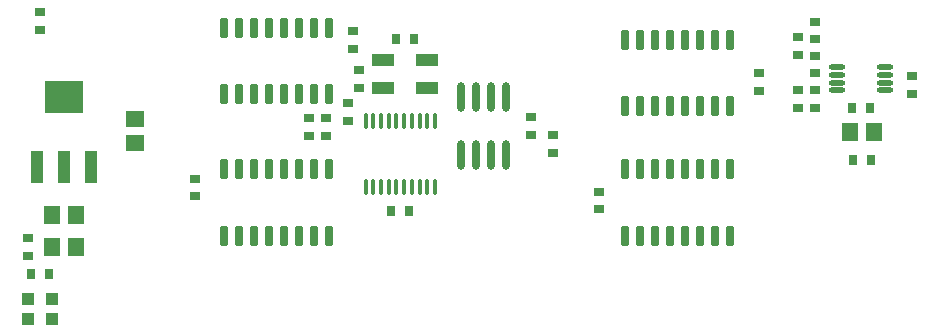
<source format=gtp>
G04 Layer_Color=8421504*
%FSLAX25Y25*%
%MOIN*%
G70*
G01*
G75*
G04:AMPARAMS|DCode=10|XSize=25.59mil|YSize=64.96mil|CornerRadius=1.92mil|HoleSize=0mil|Usage=FLASHONLY|Rotation=0.000|XOffset=0mil|YOffset=0mil|HoleType=Round|Shape=RoundedRectangle|*
%AMROUNDEDRECTD10*
21,1,0.02559,0.06112,0,0,0.0*
21,1,0.02175,0.06496,0,0,0.0*
1,1,0.00384,0.01088,-0.03056*
1,1,0.00384,-0.01088,-0.03056*
1,1,0.00384,-0.01088,0.03056*
1,1,0.00384,0.01088,0.03056*
%
%ADD10ROUNDEDRECTD10*%
%ADD11R,0.03543X0.02756*%
%ADD12R,0.07480X0.04331*%
%ADD13R,0.02756X0.03543*%
%ADD14O,0.05512X0.01772*%
%ADD15R,0.05512X0.05906*%
%ADD16O,0.02756X0.09843*%
%ADD17O,0.01378X0.05906*%
%ADD18R,0.03937X0.03937*%
%ADD19R,0.12992X0.10630*%
%ADD20R,0.03937X0.10630*%
%ADD21R,0.05906X0.05512*%
D10*
X73051Y110925D02*
D03*
X78051D02*
D03*
X83051D02*
D03*
X88051D02*
D03*
X93051D02*
D03*
X98051D02*
D03*
X103051D02*
D03*
X108051D02*
D03*
X73051Y133169D02*
D03*
X78051D02*
D03*
X83051D02*
D03*
X88051D02*
D03*
X93051D02*
D03*
X98051D02*
D03*
X103051D02*
D03*
X108051D02*
D03*
X206909Y106988D02*
D03*
X211910D02*
D03*
X216910D02*
D03*
X221909D02*
D03*
X226909D02*
D03*
X231909D02*
D03*
X236910D02*
D03*
X241910D02*
D03*
X206909Y129232D02*
D03*
X211910D02*
D03*
X216910D02*
D03*
X221909D02*
D03*
X226909D02*
D03*
X231909D02*
D03*
X236910D02*
D03*
X241910D02*
D03*
Y85925D02*
D03*
X236910D02*
D03*
X231909D02*
D03*
X226909D02*
D03*
X221909D02*
D03*
X216910D02*
D03*
X211910D02*
D03*
X206909D02*
D03*
X241910Y63681D02*
D03*
X236910D02*
D03*
X231909D02*
D03*
X226909D02*
D03*
X221909D02*
D03*
X216910D02*
D03*
X211910D02*
D03*
X206909D02*
D03*
X108051Y85925D02*
D03*
X103051D02*
D03*
X98051D02*
D03*
X93051D02*
D03*
X88051D02*
D03*
X83051D02*
D03*
X78051D02*
D03*
X73051D02*
D03*
X108051Y63681D02*
D03*
X103051D02*
D03*
X98051D02*
D03*
X93051D02*
D03*
X88051D02*
D03*
X83051D02*
D03*
X78051D02*
D03*
X73051D02*
D03*
D11*
X116142Y132087D02*
D03*
Y126181D02*
D03*
X118110Y113189D02*
D03*
Y119095D02*
D03*
X270079Y129331D02*
D03*
Y135236D02*
D03*
X251575Y117913D02*
D03*
Y112008D02*
D03*
X264567Y130118D02*
D03*
Y124213D02*
D03*
X270079Y123819D02*
D03*
Y117913D02*
D03*
Y112402D02*
D03*
Y106496D02*
D03*
X264567Y112402D02*
D03*
Y106496D02*
D03*
X302362Y111221D02*
D03*
Y117126D02*
D03*
X198031Y72638D02*
D03*
Y78543D02*
D03*
X175591Y97441D02*
D03*
Y103347D02*
D03*
X182677Y97441D02*
D03*
Y91535D02*
D03*
X114567Y108071D02*
D03*
Y102165D02*
D03*
X107087Y102953D02*
D03*
Y97047D02*
D03*
X101575Y102953D02*
D03*
Y97047D02*
D03*
X63386Y76968D02*
D03*
Y82874D02*
D03*
X7874Y57087D02*
D03*
Y62992D02*
D03*
X11811Y132480D02*
D03*
Y138386D02*
D03*
D12*
X140748Y113189D02*
D03*
X126181D02*
D03*
Y122244D02*
D03*
X140748D02*
D03*
D13*
X130512Y129528D02*
D03*
X136417D02*
D03*
X288779Y88976D02*
D03*
X282874D02*
D03*
X288386Y106299D02*
D03*
X282480D02*
D03*
X128937Y72047D02*
D03*
X134843D02*
D03*
X14764Y51181D02*
D03*
X8858D02*
D03*
D14*
X293504Y112303D02*
D03*
Y114862D02*
D03*
Y117421D02*
D03*
Y119980D02*
D03*
X277362Y112303D02*
D03*
Y114862D02*
D03*
Y117421D02*
D03*
Y119980D02*
D03*
D15*
X281890Y98425D02*
D03*
X289764D02*
D03*
X15748Y70866D02*
D03*
X23622D02*
D03*
X15748Y60236D02*
D03*
X23622D02*
D03*
D16*
X166949Y110039D02*
D03*
X161949D02*
D03*
X156949D02*
D03*
X151949D02*
D03*
X166949Y90748D02*
D03*
X161949D02*
D03*
X156949D02*
D03*
X151949D02*
D03*
D17*
X120374Y79921D02*
D03*
X122933D02*
D03*
X125492D02*
D03*
X128051D02*
D03*
X130610D02*
D03*
X133169D02*
D03*
X135728D02*
D03*
X138287D02*
D03*
X140847D02*
D03*
X143405D02*
D03*
X120374Y101969D02*
D03*
X122933D02*
D03*
X125492D02*
D03*
X128051D02*
D03*
X130610D02*
D03*
X133169D02*
D03*
X135728D02*
D03*
X138287D02*
D03*
X140847D02*
D03*
X143405D02*
D03*
D18*
X7874Y42717D02*
D03*
Y36024D02*
D03*
X15748Y42717D02*
D03*
Y36024D02*
D03*
D19*
X19685Y110039D02*
D03*
D20*
X28740Y86811D02*
D03*
X19685D02*
D03*
X10630D02*
D03*
D21*
X43307Y94882D02*
D03*
Y102756D02*
D03*
M02*

</source>
